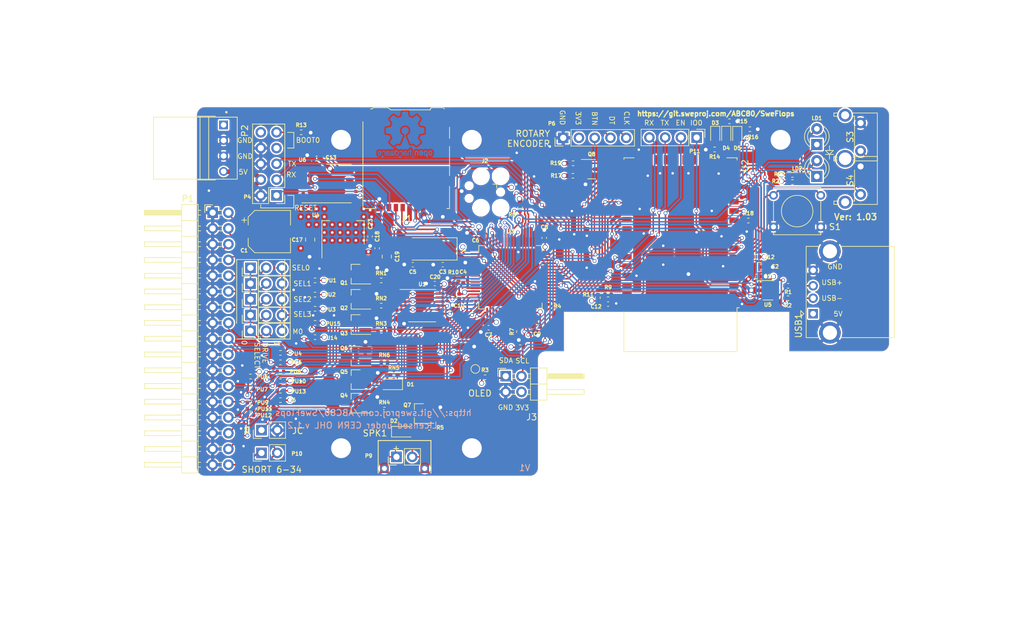
<source format=kicad_pcb>
(kicad_pcb (version 20221018) (generator pcbnew)

  (general
    (thickness 1.6)
  )

  (paper "A4")
  (title_block
    (title "SweFlops")
    (date "2023-09-24")
    (rev "1.03")
    (company "SweProj")
    (comment 1 "Licensed under CERN OHL v.1.2")
  )

  (layers
    (0 "F.Cu" signal)
    (1 "In1.Cu" signal)
    (2 "In2.Cu" signal)
    (31 "B.Cu" signal)
    (34 "B.Paste" user)
    (35 "F.Paste" user)
    (36 "B.SilkS" user "B.Silkscreen")
    (37 "F.SilkS" user "F.Silkscreen")
    (38 "B.Mask" user)
    (39 "F.Mask" user)
    (44 "Edge.Cuts" user)
    (45 "Margin" user)
    (46 "B.CrtYd" user "B.Courtyard")
    (47 "F.CrtYd" user "F.Courtyard")
    (49 "F.Fab" user)
  )

  (setup
    (stackup
      (layer "F.SilkS" (type "Top Silk Screen"))
      (layer "F.Paste" (type "Top Solder Paste"))
      (layer "F.Mask" (type "Top Solder Mask") (thickness 0.01))
      (layer "F.Cu" (type "copper") (thickness 0.035))
      (layer "dielectric 1" (type "prepreg") (thickness 0.1) (material "FR4") (epsilon_r 4.5) (loss_tangent 0.02))
      (layer "In1.Cu" (type "copper") (thickness 0.035))
      (layer "dielectric 2" (type "core") (thickness 1.24) (material "FR4") (epsilon_r 4.5) (loss_tangent 0.02))
      (layer "In2.Cu" (type "copper") (thickness 0.035))
      (layer "dielectric 3" (type "prepreg") (thickness 0.1) (material "FR4") (epsilon_r 4.5) (loss_tangent 0.02))
      (layer "B.Cu" (type "copper") (thickness 0.035))
      (layer "B.Mask" (type "Bottom Solder Mask") (thickness 0.01))
      (layer "B.Paste" (type "Bottom Solder Paste"))
      (layer "B.SilkS" (type "Bottom Silk Screen"))
      (copper_finish "None")
      (dielectric_constraints no)
    )
    (pad_to_mask_clearance 0)
    (solder_mask_min_width 0.25)
    (pad_to_paste_clearance -0.000076)
    (aux_axis_origin 103.886 113.03)
    (pcbplotparams
      (layerselection 0x00010f0_ffffffff)
      (plot_on_all_layers_selection 0x0000000_00000000)
      (disableapertmacros false)
      (usegerberextensions false)
      (usegerberattributes false)
      (usegerberadvancedattributes false)
      (creategerberjobfile false)
      (dashed_line_dash_ratio 12.000000)
      (dashed_line_gap_ratio 3.000000)
      (svgprecision 4)
      (plotframeref false)
      (viasonmask false)
      (mode 1)
      (useauxorigin true)
      (hpglpennumber 1)
      (hpglpenspeed 20)
      (hpglpendiameter 15.000000)
      (dxfpolygonmode true)
      (dxfimperialunits true)
      (dxfusepcbnewfont true)
      (psnegative false)
      (psa4output false)
      (plotreference true)
      (plotvalue true)
      (plotinvisibletext false)
      (sketchpadsonfab false)
      (subtractmaskfromsilk false)
      (outputformat 1)
      (mirror false)
      (drillshape 0)
      (scaleselection 1)
      (outputdirectory "gerbers")
    )
  )

  (net 0 "")
  (net 1 "GND")
  (net 2 "Net-(U3-PD0)")
  (net 3 "/nrst")
  (net 4 "Net-(U3-PD1)")
  (net 5 "+3V3")
  (net 6 "+5V")
  (net 7 "Net-(D1-K)")
  (net 8 "Net-(D1-A)")
  (net 9 "/disp_clk")
  (net 10 "/disp_dio")
  (net 11 "/~{selx}")
  (net 12 "/~{dskchg}")
  (net 13 "/~{inuse}")
  (net 14 "/~{index}")
  (net 15 "/~{sel0}")
  (net 16 "/~{sel1}")
  (net 17 "/~{mtron}")
  (net 18 "/dir")
  (net 19 "/~{step}")
  (net 20 "/~{wdata}")
  (net 21 "/~{wgate}")
  (net 22 "/~{trk0}")
  (net 23 "/~{wprot}")
  (net 24 "/~{rdata}")
  (net 25 "/~{side}")
  (net 26 "/~{rdy}")
  (net 27 "/rx")
  (net 28 "/tx")
  (net 29 "/boot0")
  (net 30 "/ja")
  (net 31 "/jb")
  (net 32 "/jc")
  (net 33 "unconnected-(J1-DAT2-Pad1)")
  (net 34 "/usb+")
  (net 35 "/usb-")
  (net 36 "Net-(RN1-Pad2)")
  (net 37 "Net-(RN2-Pad2)")
  (net 38 "Net-(RN3-Pad2)")
  (net 39 "Net-(RN4-Pad2)")
  (net 40 "Net-(RN6-Pad2)")
  (net 41 "/~{index_3v3}")
  (net 42 "/~{trk0_3v3}")
  (net 43 "/~{wprot_3v3}")
  (net 44 "/~{rdy_3v3}")
  (net 45 "/~{rdata_3v3}")
  (net 46 "/~{dskchg_3v3}")
  (net 47 "unconnected-(J1-DAT1-Pad8)")
  (net 48 "/~{SD_DETECT}")
  (net 49 "Net-(LD1-A)")
  (net 50 "/~{sely}")
  (net 51 "Net-(LD2-A)")
  (net 52 "/enc_dt")
  (net 53 "/enc_clk")
  (net 54 "/~{sel3}")
  (net 55 "/~{sel2}")
  (net 56 "/spk-")
  (net 57 "/spk+")
  (net 58 "/usb+r")
  (net 59 "/usb-r")
  (net 60 "/boot1")
  (net 61 "unconnected-(P2-Pin_1-Pad1)")
  (net 62 "Net-(Q1-G)")
  (net 63 "Net-(Q2-G)")
  (net 64 "Net-(Q3-G)")
  (net 65 "Net-(Q4-G)")
  (net 66 "Net-(Q6-G)")
  (net 67 "Net-(Q7-B)")
  (net 68 "/bt_right")
  (net 69 "/bt_left")
  (net 70 "unconnected-(U3-PC0-Pad8)")
  (net 71 "unconnected-(U3-PC1-Pad9)")
  (net 72 "unconnected-(U3-PC2-Pad10)")
  (net 73 "unconnected-(U3-PC3-Pad11)")
  (net 74 "unconnected-(U3-PA4-Pad20)")
  (net 75 "unconnected-(U3-PA5-Pad21)")
  (net 76 "unconnected-(U3-PA6-Pad22)")
  (net 77 "/io2")
  (net 78 "/io1")
  (net 79 "/spi_cs")
  (net 80 "/spi_clk")
  (net 81 "/spi_do")
  (net 82 "/spi_di")
  (net 83 "/swdio")
  (net 84 "/swclk")
  (net 85 "unconnected-(U3-PD2-Pad54)")
  (net 86 "/SD_DETECT")
  (net 87 "/esp32_tx")
  (net 88 "unconnected-(J2-Pin_6-Pad6)")
  (net 89 "/esp32_rx")
  (net 90 "Net-(D3-K)")
  (net 91 "Net-(D3-A)")
  (net 92 "Net-(D4-K)")
  (net 93 "Net-(U2-IO07)")
  (net 94 "unconnected-(U2-IO13-Pad16)")
  (net 95 "unconnected-(U2-IO14-Pad17)")
  (net 96 "unconnected-(U2-IO15-Pad18)")
  (net 97 "unconnected-(U2-IO16-Pad19)")
  (net 98 "unconnected-(U2-IO17-Pad20)")
  (net 99 "unconnected-(U2-IO18-Pad21)")
  (net 100 "unconnected-(U2-USB_D--Pad22)")
  (net 101 "unconnected-(U2-USB_D+-Pad23)")
  (net 102 "unconnected-(U2-IO21-Pad24)")
  (net 103 "unconnected-(U2-IO26-Pad25)")
  (net 104 "unconnected-(U2-IO41-Pad35)")
  (net 105 "unconnected-(U2-IO42-Pad36)")
  (net 106 "unconnected-(U2-IO45-Pad39)")
  (net 107 "unconnected-(U2-IO46-Pad40)")
  (net 108 "Net-(USB1-D+)")
  (net 109 "Net-(USB1-D-)")
  (net 110 "Net-(C12-Pad1)")
  (net 111 "ESP32_EN")
  (net 112 "ESP32_IO0")
  (net 113 "Net-(D4-A)")
  (net 114 "Net-(D5-K)")
  (net 115 "Net-(D5-A)")
  (net 116 "Net-(U3-PC12)")
  (net 117 "unconnected-(U6-DAT2-Pad1)")
  (net 118 "unconnected-(U6-DAT1-Pad7)")
  (net 119 "/spi_cs2")

  (footprint "Capacitor_SMD:C_0402_1005Metric" (layer "F.Cu") (at 134.874 80.772 180))

  (footprint "Capacitor_SMD:C_0402_1005Metric" (layer "F.Cu") (at 136.652 83.312 -90))

  (footprint "Capacitor_SMD:C_0402_1005Metric" (layer "F.Cu") (at 130.048 80.772 180))

  (footprint "Capacitor_SMD:C_0402_1005Metric" (layer "F.Cu") (at 140.18 75.692 180))

  (footprint "Capacitor_SMD:C_0402_1005Metric" (layer "F.Cu") (at 142.268 90.932 180))

  (footprint "Capacitor_SMD:C_0402_1005Metric" (layer "F.Cu") (at 150.114 90.805 180))

  (footprint "Capacitor_SMD:C_0402_1005Metric" (layer "F.Cu") (at 137.541 85.979 -90))

  (footprint "Capacitor_SMD:C_0805_2012Metric" (layer "F.Cu") (at 113.5126 76.7334 -90))

  (footprint "Capacitor_SMD:C_0402_1005Metric" (layer "F.Cu") (at 123.1646 76.2254 -90))

  (footprint "Capacitor_SMD:C_0805_2012Metric" (layer "F.Cu") (at 125.86 79.47 -90))

  (footprint "Capacitor_SMD:C_0402_1005Metric" (layer "F.Cu") (at 133.604 83.82 180))

  (footprint "Capacitor_SMD:C_0402_1005Metric" (layer "F.Cu") (at 124.3076 78.1304 90))

  (footprint "LED_THT:LED_D3.0mm" (layer "F.Cu") (at 195.199 61.402 90))

  (footprint "SweFlops:PinHeader_2x17_P2.54mm_Horizontal" (layer "F.Cu") (at 97.79 72.39))

  (footprint "Resistor_SMD:R_0402_1005Metric" (layer "F.Cu") (at 114.298 83.312 180))

  (footprint "Resistor_SMD:R_0402_1005Metric" (layer "F.Cu") (at 114.298 85.598 180))

  (footprint "Resistor_SMD:R_0402_1005Metric" (layer "F.Cu") (at 114.298 87.884 180))

  (footprint "Resistor_SMD:R_0402_1005Metric" (layer "F.Cu") (at 108.712 94.996 180))

  (footprint "Resistor_SMD:R_0402_1005Metric" (layer "F.Cu") (at 103.888 98.806 180))

  (footprint "Resistor_SMD:R_0402_1005Metric" (layer "F.Cu") (at 108.714 96.52 180))

  (footprint "Resistor_SMD:R_0402_1005Metric" (layer "F.Cu") (at 103.886 100.838 180))

  (footprint "Resistor_SMD:R_0402_1005Metric" (layer "F.Cu") (at 108.71 98.044 180))

  (footprint "Resistor_SMD:R_0402_1005Metric" (layer "F.Cu") (at 103.886 102.997 180))

  (footprint "Resistor_SMD:R_0402_1005Metric" (layer "F.Cu") (at 108.712 99.568 180))

  (footprint "Resistor_SMD:R_0402_1005Metric" (layer "F.Cu") (at 103.886 104.013 180))

  (footprint "Resistor_SMD:R_0402_1005Metric" (layer "F.Cu") (at 103.886 105.029 180))

  (footprint "Resistor_SMD:R_0402_1005Metric" (layer "F.Cu") (at 108.712 101.092 180))

  (footprint "Resistor_SMD:R_0402_1005Metric" (layer "F.Cu") (at 190.5635 84.183 180))

  (footprint "Resistor_SMD:R_0402_1005Metric" (layer "F.Cu") (at 190.5635 86.183 180))

  (footprint "Resistor_SMD:R_0402_1005Metric" (layer "F.Cu") (at 138.176 83.314 90))

  (footprint "Resistor_SMD:R_0402_1005Metric" (layer "F.Cu") (at 191.262 66.294 180))

  (footprint "Resistor_SMD:R_0402_1005Metric" (layer "F.Cu") (at 124.968 83.312))

  (footprint "Resistor_SMD:R_0402_1005Metric" (layer "F.Cu") (at 124.968 87.376))

  (footprint "Resistor_SMD:R_0402_1005Metric" (layer "F.Cu") (at 124.968 91.44))

  (footprint "Resistor_SMD:R_0402_1005Metric" (layer "F.Cu") (at 125.476 104.14))

  (footprint "Resistor_SMD:R_0402_1005Metric" (layer "F.Cu") (at 127 98.552))

  (footprint "Resistor_SMD:R_0402_1005Metric" (layer "F.Cu") (at 125.476 96.52))

  (footprint "Package_SO:TSSOP-14_4.4x5mm_P0.65mm" (layer "F.Cu") (at 131.572 87.376))

  (footprint "Package_TO_SOT_SMD:SOT-223-3_TabPin2" (layer "F.Cu") (at 118.80722 75.5904 90))

  (footprint "Crystal:Crystal_SMD_5032-2Pin_5.0x3.2mm_HandSoldering" (layer "F.Cu") (at 132.648 78.232 180))

  (footprint "Capacitor_SMD:CP_Elec_6.3x5.4" (layer "F.Cu")
    (tstamp 00000000-0000-0000-0000-00005d39a76f)
    (at 106.928 75.438)
    (descr "SMD capacitor, aluminum electrolytic, Panasonic C55, 6.3x5.4mm")
    (tags "capacitor electrolytic")
    (property "LCSC" "C336353")
    (property "Sheetfile" "SweFlops.kicad_sch")
    (property "Sheetname" "")
    (property "ki_description" "Polarized capacitor")
    (property "ki_keywords" "cap capacitor")
    (path "/00000000-0000-0000-0000-00005ee6c285")
    (attr smd)
    (fp_text reference "C1" (at -4.058 3.048) (layer "F.SilkS")
        (effects (font (size 0.6 0.6) (thickness 0.15)))
      (tstamp 828c94d6-d884-4a71-b2f6-e19720cf55a0)
    )
    (fp_text value "100u" (at 0 4.35) (layer "F.Fab")
        (effects (font (size 1 1) (thickness 0.15)))
      (tstamp 023a775d-0ff0-49ec-b3a5-c43f3841d604)
    )
    (fp_text user "${REFERENCE}" (at 0 0) (layer "F.Fab")
        (effects (font (size 1 1) (thickness 0.15)))
      (tstamp 80d94833-5282-4f96-a7f4-dd082b4e1c97)
    )
    (fp_line (start -4.4375 -1.8475) (end -3.65 -1.8475)
      (stroke (width 0.12) (type solid)) (layer "F.SilkS") (tstamp 3d355908-ce06-427b-9c43-3f3f028c1e7b))
    (fp_line (start -4.04375 -2.24125) (end -4.04375 -1.45375)
      (stroke (width 0.12) (type solid)) (layer "F.SilkS") (tstamp 34319b41-21fe-4a6a-b702-b8f9d6e76aab))
    (fp_line (start -3.41 -2.345563) (end -3.41 -1.06)
      (stroke (width 0.12) (type solid)) (layer "F.SilkS") (tstamp 5c06b002-cd64-4d46-b78c-1463b4e8d48f))
    (fp_line (start -3.41 -2.345563) (end -2.345563 -3.41)
      (stroke (width 0.12) (type solid)) (layer "F.SilkS") (tstamp 679eb479-4fc4-4bda-9d48-b3f8be871ec2))
    (fp_line (start -3.41 2.345563) (end -3.41 1.06)
      (stroke (width 0.12) (type solid)) (layer "F.SilkS") (tstamp 337d1d91-2a47-4dae-a081-07f07b74f8eb))
    (fp_line (start -3.41 2.345563) (end -2.345563 3.41)
      (stroke (width 0.12) (type solid)) (layer "F.SilkS") (tstamp b8e3473e-931a-4bb6-a230-e3121130d62c))
    (fp_line (start -2.345563 -3.41) (end 3.41 -3.41)
      (stroke (width 0.12) (type solid)) (layer "F.SilkS") (tstamp 63555ee9-7a22-4788-aafa-c1819556be0b))
    (fp_line (start -2.345563 3.41) (end 3.41 3.41)
      (stroke (width 0.12) (type solid)) (layer "F.SilkS") (tstamp aff93e0f-e792-4a4a-80bb-4bb6c9fcd4aa))
    (fp_line (start 3.41 -3.41) (end 3.41 -1.06)
      (stroke (width 0.12) (type solid)) (layer "F.SilkS") (tstamp 2947e6e0-1a94-4112-bab6-1aed1e51b692))
    (fp_line (start 3.41 3.41) (end 3.41 1.06)
      (stroke (width 0.12) (type solid)) (layer "F.SilkS") (tstamp 5fdf1d82-fb7e-499c-979d-7bdc8eeec9f5))
    (fp_line (start -4.8 -1.05) (end -4.8 1.05)
      (stroke (width 0.05) (type solid)) (layer "F.CrtYd") (tstamp b2cfa6e7-b520-4df8-b838-c3ab7dc33ad5))
    (fp_line (start -4.8 1.05) (end -3.55 1.05)
      (stroke (width 0.05) (type solid)) (layer "F.CrtYd") (tstamp b75c567f-045a-4aec-ab99-e82d62f55a0b))
    (fp_line (start -3.55 -2.4) (end -3.55 -1.05)
      (stroke (width 0.05) (type solid)) (layer "F.CrtYd") (tstamp 27867571-c7b7-40e8-b1db-fc7e06ca1741))
    (fp_line (start -3.55 -2.4) (end -2.4 -3.55)
      (stroke (width 0.05) (type solid)) (layer "F.CrtYd") (tstamp bf47da5a-f7fe-4f2e-affc-2ef62780e977))
    (fp_line (start -3.55 -1.05) (end -4.8 -1.05)
      (stroke (width 0.05) (type solid)) (layer "F.CrtYd") (tstamp 8eb4cfe5-2c5c-4b95-8928-26570f011f83))
    (fp_line (start -3.55 1.05) (end -3.55 2.4)
      (stroke (width 0.05) (type solid)) (layer "F.CrtYd") (tstamp 63ad1dce-1606-48cf-af21-fc34fb653f42))
    (fp_line (start -3.55 2.4) (end -2.4 3.55)
      (stroke (width 0.05) (type solid)) (layer "F.CrtYd") (tstamp f9b838b3-e102-4be1-9964-9e73410c9c43))
    (fp_line (start -2.4 -3.55) (end 3.55 -3.55)
      (stroke (width 0.05) (type solid)) (layer "F.CrtYd") (tstamp 524db334-c4bd-46ae-ae94-691f1c54ab4a))
    (fp_line (start -2.4 3.55) (end 3.55 3.55)
      (stroke (width 0.05) (type solid)) (layer "F.CrtYd") (tstamp a8d76bf6-d185-44e6-b00d-76bc56e927ca))
    (fp_line (start 3.55 -3.55) (end 3.55 -1.05)
      (stroke (width 0.05) (type solid)) (layer "F.CrtYd") (tstamp 4f79ddb3-6f55-40cf-b694-3d66e4a1356b))
    (fp_line (start 3.55 -1.05) (end 4.8 -1.05)
      (stroke (width 0.05) (type solid)) (layer "F.CrtYd") (tstamp 1d2cddfd-ad8d-4dbb-b98b-b1a14d12c73f))
    (fp_line (start 3.55 1.05) (end 3.55 3.55)
      (stroke (width 0.05) (type solid)) (layer "F.CrtYd") (tstamp 2f022fad-e3f2-4f50-8734-325fadde5a49))
    (fp_line (start 4.8 -1.05) (end 4.8 1.05)
      (stroke (width 0.05) (type solid)) (layer "F.CrtYd") (tstamp 4d9fd30a-8bee-4091-a570-0a3c4819b8f7))
    (fp_line (start 4.8 1.05) (end 3.55 1.05)
      (stroke (width 0.05) (type solid)) (layer "F.CrtYd") (tstamp 540f1833-28be-488f-ba40-f88444f61631))
    (fp_line (start -3.3 -2.3) (end -3.3 2.3)
      (stroke (width 0.1) (type solid)) (layer "F.Fab") (tstamp d13fb7c6-dd42-4592-a178-850169dbc475))
    (fp_line (start -3.3 -2.3) (end -2.3 -3.3)
      (stroke (width 0.1) (type solid)) (layer "F.Fab") (tstamp e9df0025-92d9-4ed7-959c-1fc1f6d02cd1))
    (fp_line (start -3.3 2.3) (end -2.3 3.3)
      (stroke (width 0.1) (type solid)) (layer "F.Fab") (tstamp 33001185-8342-4332-915a-b
... [3272580 chars truncated]
</source>
